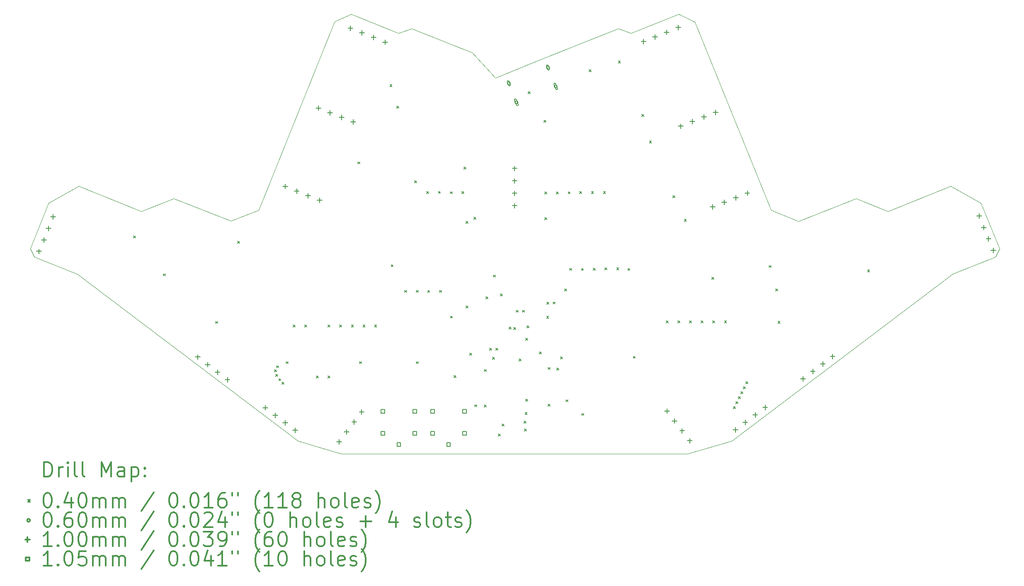
<source format=gbr>
%FSLAX45Y45*%
G04 Gerber Fmt 4.5, Leading zero omitted, Abs format (unit mm)*
G04 Created by KiCad (PCBNEW (5.1.4)-1) date 2024-04-24 20:55:05*
%MOMM*%
%LPD*%
G04 APERTURE LIST*
%ADD10C,0.050000*%
%ADD11C,0.200000*%
%ADD12C,0.300000*%
G04 APERTURE END LIST*
D10*
X17040978Y-14503403D02*
X16775978Y-14404403D01*
X18012433Y-14111361D02*
X17040978Y-14503403D01*
X14273000Y-15414000D02*
X13795000Y-14902000D01*
X15164978Y-15054403D02*
X14273000Y-15414000D01*
X12295000Y-14502000D02*
X12560000Y-14403000D01*
X16775978Y-14404403D02*
X15164978Y-15054403D01*
X12560000Y-14403000D02*
X13795000Y-14902000D01*
X18195877Y-23093825D02*
X19097407Y-22829763D01*
X11125877Y-23093825D02*
X18195877Y-23093825D01*
X11125877Y-23093825D02*
X10238571Y-22828360D01*
X11323546Y-14109958D02*
X12295000Y-14502000D01*
X22293704Y-18140991D02*
X23573218Y-17624034D01*
X20465286Y-18340453D02*
X21637283Y-17877720D01*
X20465286Y-18340453D02*
X19899990Y-18115862D01*
X23627703Y-19413959D02*
X24480712Y-19069321D01*
X19097407Y-22829763D02*
X23609159Y-19421451D01*
X18012433Y-14111361D02*
X18345373Y-14268049D01*
X24565565Y-18905614D02*
X24480712Y-19069321D01*
X24187212Y-17969158D02*
X23573218Y-17624034D01*
X10238571Y-22828360D02*
X5726819Y-19420047D01*
X24187212Y-17969158D02*
X24565565Y-18905614D01*
X5708275Y-19412555D02*
X5726819Y-19420047D01*
X5148766Y-17967754D02*
X4770413Y-18904210D01*
X7698695Y-17876317D02*
X7042274Y-18139587D01*
X21637283Y-17877720D02*
X22293704Y-18140991D01*
X5148766Y-17967754D02*
X5762760Y-17622630D01*
X7042274Y-18139587D02*
X5762760Y-17622630D01*
X18345373Y-14268049D02*
X19899990Y-18115862D01*
X23627703Y-19413959D02*
X23609159Y-19421451D01*
X8870693Y-18339049D02*
X9435989Y-18114459D01*
X10990606Y-14266646D02*
X9435989Y-18114459D01*
X8870693Y-18339049D02*
X7698695Y-17876317D01*
X4770413Y-18904210D02*
X4855266Y-19067917D01*
X11323546Y-14109958D02*
X10990606Y-14266646D01*
X5708275Y-19412555D02*
X4855266Y-19067917D01*
D11*
X6885000Y-18640000D02*
X6925000Y-18680000D01*
X6925000Y-18640000D02*
X6885000Y-18680000D01*
X7490000Y-19415000D02*
X7530000Y-19455000D01*
X7530000Y-19415000D02*
X7490000Y-19455000D01*
X8560000Y-20390000D02*
X8600000Y-20430000D01*
X8600000Y-20390000D02*
X8560000Y-20430000D01*
X9010000Y-18750000D02*
X9050000Y-18790000D01*
X9050000Y-18750000D02*
X9010000Y-18790000D01*
X9762506Y-21378321D02*
X9802506Y-21418321D01*
X9802506Y-21378321D02*
X9762506Y-21418321D01*
X9784400Y-21468400D02*
X9824400Y-21508400D01*
X9824400Y-21468400D02*
X9784400Y-21508400D01*
X9806303Y-21296619D02*
X9846303Y-21336619D01*
X9846303Y-21296619D02*
X9806303Y-21336619D01*
X9850147Y-21559152D02*
X9890147Y-21599152D01*
X9890147Y-21559152D02*
X9850147Y-21599152D01*
X9913170Y-21627228D02*
X9953170Y-21667228D01*
X9953170Y-21627228D02*
X9913170Y-21667228D01*
X10000000Y-21210000D02*
X10040000Y-21250000D01*
X10040000Y-21210000D02*
X10000000Y-21250000D01*
X10140000Y-20458750D02*
X10180000Y-20498750D01*
X10180000Y-20458750D02*
X10140000Y-20498750D01*
X10378125Y-20458750D02*
X10418125Y-20498750D01*
X10418125Y-20458750D02*
X10378125Y-20498750D01*
X10615000Y-21500000D02*
X10655000Y-21540000D01*
X10655000Y-21500000D02*
X10615000Y-21540000D01*
X10854375Y-20458750D02*
X10894375Y-20498750D01*
X10894375Y-20458750D02*
X10854375Y-20498750D01*
X10855000Y-21500000D02*
X10895000Y-21540000D01*
X10895000Y-21500000D02*
X10855000Y-21540000D01*
X11092500Y-20458750D02*
X11132500Y-20498750D01*
X11132500Y-20458750D02*
X11092500Y-20498750D01*
X11330625Y-20458750D02*
X11370625Y-20498750D01*
X11370625Y-20458750D02*
X11330625Y-20498750D01*
X11465000Y-17130000D02*
X11505000Y-17170000D01*
X11505000Y-17130000D02*
X11465000Y-17170000D01*
X11495000Y-21210000D02*
X11535000Y-21250000D01*
X11535000Y-21210000D02*
X11495000Y-21250000D01*
X11568750Y-20458750D02*
X11608750Y-20498750D01*
X11608750Y-20458750D02*
X11568750Y-20498750D01*
X11806875Y-20458750D02*
X11846875Y-20498750D01*
X11846875Y-20458750D02*
X11806875Y-20498750D01*
X12120000Y-15550000D02*
X12160000Y-15590000D01*
X12160000Y-15550000D02*
X12120000Y-15590000D01*
X12145000Y-19229197D02*
X12185000Y-19269197D01*
X12185000Y-19229197D02*
X12145000Y-19269197D01*
X12260000Y-15990000D02*
X12300000Y-16030000D01*
X12300000Y-15990000D02*
X12260000Y-16030000D01*
X12420000Y-19755000D02*
X12460000Y-19795000D01*
X12460000Y-19755000D02*
X12420000Y-19795000D01*
X12625000Y-17515000D02*
X12665000Y-17555000D01*
X12665000Y-17515000D02*
X12625000Y-17555000D01*
X12655000Y-19755000D02*
X12695000Y-19795000D01*
X12695000Y-19755000D02*
X12655000Y-19795000D01*
X12655000Y-21210000D02*
X12695000Y-21250000D01*
X12695000Y-21210000D02*
X12655000Y-21250000D01*
X12870000Y-17735000D02*
X12910000Y-17775000D01*
X12910000Y-17735000D02*
X12870000Y-17775000D01*
X12890000Y-19755000D02*
X12930000Y-19795000D01*
X12930000Y-19755000D02*
X12890000Y-19795000D01*
X13110000Y-17730000D02*
X13150000Y-17770000D01*
X13150000Y-17730000D02*
X13110000Y-17770000D01*
X13130000Y-19755000D02*
X13170000Y-19795000D01*
X13170000Y-19755000D02*
X13130000Y-19795000D01*
X13350000Y-17740000D02*
X13390000Y-17780000D01*
X13390000Y-17740000D02*
X13350000Y-17780000D01*
X13355000Y-20280000D02*
X13395000Y-20320000D01*
X13395000Y-20280000D02*
X13355000Y-20320000D01*
X13430000Y-21495000D02*
X13470000Y-21535000D01*
X13470000Y-21495000D02*
X13430000Y-21535000D01*
X13585000Y-17735000D02*
X13625000Y-17775000D01*
X13625000Y-17735000D02*
X13585000Y-17775000D01*
X13630000Y-17235000D02*
X13670000Y-17275000D01*
X13670000Y-17235000D02*
X13630000Y-17275000D01*
X13670600Y-20071400D02*
X13710600Y-20111400D01*
X13710600Y-20071400D02*
X13670600Y-20111400D01*
X13675000Y-18345000D02*
X13715000Y-18385000D01*
X13715000Y-18345000D02*
X13675000Y-18385000D01*
X13746800Y-21036600D02*
X13786800Y-21076600D01*
X13786800Y-21036600D02*
X13746800Y-21076600D01*
X13834999Y-18260001D02*
X13874999Y-18300001D01*
X13874999Y-18260001D02*
X13834999Y-18300001D01*
X13848400Y-22090700D02*
X13888400Y-22130700D01*
X13888400Y-22090700D02*
X13848400Y-22130700D01*
X14045800Y-21372600D02*
X14085800Y-21412600D01*
X14085800Y-21372600D02*
X14045800Y-21412600D01*
X14045800Y-21372600D02*
X14085800Y-21412600D01*
X14085800Y-21372600D02*
X14045800Y-21412600D01*
X14045800Y-22097600D02*
X14085800Y-22137600D01*
X14085800Y-22097600D02*
X14045800Y-22137600D01*
X14079000Y-19887600D02*
X14119000Y-19927600D01*
X14119000Y-19887600D02*
X14079000Y-19927600D01*
X14153200Y-20935000D02*
X14193200Y-20975000D01*
X14193200Y-20935000D02*
X14153200Y-20975000D01*
X14153200Y-20935000D02*
X14193200Y-20975000D01*
X14193200Y-20935000D02*
X14153200Y-20975000D01*
X14216700Y-21122000D02*
X14256700Y-21162000D01*
X14256700Y-21122000D02*
X14216700Y-21162000D01*
X14229400Y-19442200D02*
X14269400Y-19482200D01*
X14269400Y-19442200D02*
X14229400Y-19482200D01*
X14280200Y-20935000D02*
X14320200Y-20975000D01*
X14320200Y-20935000D02*
X14280200Y-20975000D01*
X14280200Y-20935000D02*
X14320200Y-20975000D01*
X14320200Y-20935000D02*
X14280200Y-20975000D01*
X14331000Y-22687600D02*
X14371000Y-22727600D01*
X14371000Y-22687600D02*
X14331000Y-22727600D01*
X14378000Y-19825000D02*
X14418000Y-19865000D01*
X14418000Y-19825000D02*
X14378000Y-19865000D01*
X14407200Y-22486300D02*
X14447200Y-22526300D01*
X14447200Y-22486300D02*
X14407200Y-22526300D01*
X14555000Y-20505000D02*
X14595000Y-20545000D01*
X14595000Y-20505000D02*
X14555000Y-20545000D01*
X14647558Y-20515142D02*
X14687558Y-20555142D01*
X14687558Y-20515142D02*
X14647558Y-20555142D01*
X14696600Y-20161099D02*
X14736600Y-20201099D01*
X14736600Y-20161099D02*
X14696600Y-20201099D01*
X14757867Y-21158667D02*
X14797867Y-21198667D01*
X14797867Y-21158667D02*
X14757867Y-21198667D01*
X14823601Y-20161099D02*
X14863601Y-20201099D01*
X14863601Y-20161099D02*
X14823601Y-20201099D01*
X14854998Y-22427301D02*
X14894998Y-22467301D01*
X14894998Y-22427301D02*
X14854998Y-22467301D01*
X14864400Y-22586000D02*
X14904400Y-22626000D01*
X14904400Y-22586000D02*
X14864400Y-22626000D01*
X14864400Y-22586000D02*
X14904400Y-22626000D01*
X14904400Y-22586000D02*
X14864400Y-22626000D01*
X14880289Y-22248895D02*
X14920289Y-22288895D01*
X14920289Y-22248895D02*
X14880289Y-22288895D01*
X14889800Y-20731800D02*
X14929800Y-20771800D01*
X14929800Y-20731800D02*
X14889800Y-20771800D01*
X14889800Y-20731800D02*
X14929800Y-20771800D01*
X14929800Y-20731800D02*
X14889800Y-20771800D01*
X14889800Y-21976402D02*
X14929800Y-22016402D01*
X14929800Y-21976402D02*
X14889800Y-22016402D01*
X14915200Y-20477800D02*
X14955200Y-20517800D01*
X14955200Y-20477800D02*
X14915200Y-20517800D01*
X14942766Y-15693300D02*
X14982766Y-15733300D01*
X14982766Y-15693300D02*
X14942766Y-15733300D01*
X15169200Y-21011200D02*
X15209200Y-21051200D01*
X15209200Y-21011200D02*
X15169200Y-21051200D01*
X15265000Y-16280000D02*
X15305000Y-16320000D01*
X15305000Y-16280000D02*
X15265000Y-16320000D01*
X15280000Y-17745000D02*
X15320000Y-17785000D01*
X15320000Y-17745000D02*
X15280000Y-17785000D01*
X15280000Y-18270000D02*
X15320000Y-18310000D01*
X15320000Y-18270000D02*
X15280000Y-18310000D01*
X15320000Y-20285000D02*
X15360000Y-20325000D01*
X15360000Y-20285000D02*
X15320000Y-20325000D01*
X15321600Y-19995200D02*
X15361600Y-20035200D01*
X15361600Y-19995200D02*
X15321600Y-20035200D01*
X15347000Y-21328700D02*
X15387000Y-21368700D01*
X15387000Y-21328700D02*
X15347000Y-21368700D01*
X15347000Y-22078000D02*
X15387000Y-22118000D01*
X15387000Y-22078000D02*
X15347000Y-22118000D01*
X15448600Y-19990601D02*
X15488600Y-20030601D01*
X15488600Y-19990601D02*
X15448600Y-20030601D01*
X15520000Y-17745000D02*
X15560000Y-17785000D01*
X15560000Y-17745000D02*
X15520000Y-17785000D01*
X15524800Y-21341400D02*
X15564800Y-21381400D01*
X15564800Y-21341400D02*
X15524800Y-21381400D01*
X15601591Y-21114504D02*
X15641591Y-21154504D01*
X15641591Y-21114504D02*
X15601591Y-21154504D01*
X15685000Y-19725000D02*
X15725000Y-19765000D01*
X15725000Y-19725000D02*
X15685000Y-19765000D01*
X15715300Y-21989100D02*
X15755300Y-22029100D01*
X15755300Y-21989100D02*
X15715300Y-22029100D01*
X15760000Y-17740000D02*
X15800000Y-17780000D01*
X15800000Y-17740000D02*
X15760000Y-17780000D01*
X15790000Y-19305000D02*
X15830000Y-19345000D01*
X15830000Y-19305000D02*
X15790000Y-19345000D01*
X15995000Y-17735000D02*
X16035000Y-17775000D01*
X16035000Y-17735000D02*
X15995000Y-17775000D01*
X16030000Y-19305000D02*
X16070000Y-19345000D01*
X16070000Y-19305000D02*
X16030000Y-19345000D01*
X16032800Y-22268500D02*
X16072800Y-22308500D01*
X16072800Y-22268500D02*
X16032800Y-22308500D01*
X16190000Y-15245000D02*
X16230000Y-15285000D01*
X16230000Y-15245000D02*
X16190000Y-15285000D01*
X16235000Y-17735000D02*
X16275000Y-17775000D01*
X16275000Y-17735000D02*
X16235000Y-17775000D01*
X16270000Y-19300000D02*
X16310000Y-19340000D01*
X16310000Y-19300000D02*
X16270000Y-19340000D01*
X16480000Y-17735000D02*
X16520000Y-17775000D01*
X16520000Y-17735000D02*
X16480000Y-17775000D01*
X16510000Y-19295000D02*
X16550000Y-19335000D01*
X16550000Y-19295000D02*
X16510000Y-19335000D01*
X16750000Y-19295000D02*
X16790000Y-19335000D01*
X16790000Y-19295000D02*
X16750000Y-19335000D01*
X16785000Y-15070000D02*
X16825000Y-15110000D01*
X16825000Y-15070000D02*
X16785000Y-15110000D01*
X16980000Y-19305000D02*
X17020000Y-19345000D01*
X17020000Y-19305000D02*
X16980000Y-19345000D01*
X17090000Y-21100000D02*
X17130000Y-21140000D01*
X17130000Y-21100000D02*
X17090000Y-21140000D01*
X17260000Y-16160000D02*
X17300000Y-16200000D01*
X17300000Y-16160000D02*
X17260000Y-16200000D01*
X17420000Y-16700000D02*
X17460000Y-16740000D01*
X17460000Y-16700000D02*
X17420000Y-16740000D01*
X17760000Y-20379375D02*
X17800000Y-20419375D01*
X17800000Y-20379375D02*
X17760000Y-20419375D01*
X17895000Y-17820001D02*
X17935000Y-17860001D01*
X17935000Y-17820001D02*
X17895000Y-17860001D01*
X17998125Y-20379375D02*
X18038125Y-20419375D01*
X18038125Y-20379375D02*
X17998125Y-20419375D01*
X18130000Y-18300000D02*
X18170000Y-18340000D01*
X18170000Y-18300000D02*
X18130000Y-18340000D01*
X18236250Y-20379375D02*
X18276250Y-20419375D01*
X18276250Y-20379375D02*
X18236250Y-20419375D01*
X18474375Y-20379375D02*
X18514375Y-20419375D01*
X18514375Y-20379375D02*
X18474375Y-20419375D01*
X18695000Y-19485000D02*
X18735000Y-19525000D01*
X18735000Y-19485000D02*
X18695000Y-19525000D01*
X18708310Y-20375185D02*
X18748310Y-20415185D01*
X18748310Y-20375185D02*
X18708310Y-20415185D01*
X18950625Y-20379375D02*
X18990625Y-20419375D01*
X18990625Y-20379375D02*
X18950625Y-20419375D01*
X19131600Y-22128800D02*
X19171600Y-22168800D01*
X19171600Y-22128800D02*
X19131600Y-22168800D01*
X19183380Y-22026508D02*
X19223380Y-22066508D01*
X19223380Y-22026508D02*
X19183380Y-22066508D01*
X19233200Y-21925600D02*
X19273200Y-21965600D01*
X19273200Y-21925600D02*
X19233200Y-21965600D01*
X19284000Y-21824000D02*
X19324000Y-21864000D01*
X19324000Y-21824000D02*
X19284000Y-21864000D01*
X19334179Y-21723332D02*
X19374179Y-21763332D01*
X19374179Y-21723332D02*
X19334179Y-21763332D01*
X19385600Y-21620801D02*
X19425600Y-21660801D01*
X19425600Y-21620801D02*
X19385600Y-21660801D01*
X19862395Y-19247605D02*
X19902395Y-19287605D01*
X19902395Y-19247605D02*
X19862395Y-19287605D01*
X20000000Y-19725000D02*
X20040000Y-19765000D01*
X20040000Y-19725000D02*
X20000000Y-19765000D01*
X20045000Y-20385000D02*
X20085000Y-20425000D01*
X20085000Y-20385000D02*
X20045000Y-20425000D01*
X21872496Y-19338264D02*
X21912496Y-19378264D01*
X21912496Y-19338264D02*
X21872496Y-19378264D01*
X14575545Y-15525141D02*
G75*
G03X14575545Y-15525141I-30000J0D01*
G01*
X14512017Y-15495546D02*
X14541985Y-15569720D01*
X14549104Y-15480561D02*
X14579073Y-15554736D01*
X14541985Y-15569720D02*
G75*
G03X14579073Y-15554736I18544J7492D01*
G01*
X14549104Y-15480561D02*
G75*
G03X14512017Y-15495546I-18544J-7492D01*
G01*
X14731756Y-15911776D02*
G75*
G03X14731756Y-15911776I-30000J0D01*
G01*
X14662609Y-15868273D02*
X14703815Y-15970264D01*
X14699696Y-15853289D02*
X14740903Y-15955279D01*
X14703815Y-15970264D02*
G75*
G03X14740903Y-15955279I18544J7492D01*
G01*
X14699696Y-15853289D02*
G75*
G03X14662608Y-15868273I-18544J-7492D01*
G01*
X15376631Y-15201481D02*
G75*
G03X15376631Y-15201481I-30000J0D01*
G01*
X15313104Y-15171886D02*
X15343072Y-15246060D01*
X15350191Y-15156901D02*
X15380159Y-15231076D01*
X15343072Y-15246060D02*
G75*
G03X15380159Y-15231076I18544J7492D01*
G01*
X15350191Y-15156901D02*
G75*
G03X15313103Y-15171885I-18544J-7492D01*
G01*
X15532842Y-15588116D02*
G75*
G03X15532842Y-15588116I-30000J0D01*
G01*
X15463695Y-15544613D02*
X15504902Y-15646604D01*
X15500783Y-15529629D02*
X15541989Y-15631619D01*
X15504902Y-15646604D02*
G75*
G03X15541990Y-15631619I18544J7492D01*
G01*
X15500783Y-15529629D02*
G75*
G03X15463695Y-15544613I-18544J-7492D01*
G01*
X9574272Y-22100122D02*
X9574272Y-22200122D01*
X9524272Y-22150122D02*
X9624272Y-22150122D01*
X9777125Y-22252983D02*
X9777125Y-22352983D01*
X9727125Y-22302983D02*
X9827125Y-22302983D01*
X9979979Y-22405844D02*
X9979979Y-22505844D01*
X9929979Y-22455844D02*
X10029979Y-22455844D01*
X10182832Y-22558705D02*
X10182832Y-22658705D01*
X10132832Y-22608705D02*
X10232832Y-22608705D01*
X18060000Y-16350000D02*
X18060000Y-16450000D01*
X18010000Y-16400000D02*
X18110000Y-16400000D01*
X18295505Y-16254850D02*
X18295505Y-16354850D01*
X18245505Y-16304850D02*
X18345505Y-16304850D01*
X18531009Y-16159700D02*
X18531009Y-16259700D01*
X18481009Y-16209700D02*
X18581009Y-16209700D01*
X18766514Y-16064550D02*
X18766514Y-16164550D01*
X18716514Y-16114550D02*
X18816514Y-16114550D01*
X11083428Y-22796144D02*
X11083428Y-22896144D01*
X11033428Y-22846144D02*
X11133428Y-22846144D01*
X11236289Y-22593290D02*
X11236289Y-22693290D01*
X11186289Y-22643290D02*
X11286289Y-22643290D01*
X11389150Y-22390437D02*
X11389150Y-22490437D01*
X11339150Y-22440437D02*
X11439150Y-22440437D01*
X11542011Y-22187583D02*
X11542011Y-22287583D01*
X11492011Y-22237583D02*
X11592011Y-22237583D01*
X10659362Y-15978375D02*
X10659362Y-16078375D01*
X10609362Y-16028375D02*
X10709362Y-16028375D01*
X10894867Y-16073525D02*
X10894867Y-16173525D01*
X10844867Y-16123525D02*
X10944867Y-16123525D01*
X11130372Y-16168675D02*
X11130372Y-16268675D01*
X11080372Y-16218675D02*
X11180372Y-16218675D01*
X11365876Y-16263825D02*
X11365876Y-16363825D01*
X11315876Y-16313825D02*
X11415876Y-16313825D01*
X14665876Y-17213825D02*
X14665876Y-17313825D01*
X14615876Y-17263825D02*
X14715876Y-17263825D01*
X14665876Y-17467825D02*
X14665876Y-17567825D01*
X14615876Y-17517825D02*
X14715876Y-17517825D01*
X14665876Y-17721825D02*
X14665876Y-17821825D01*
X14615876Y-17771825D02*
X14715876Y-17771825D01*
X14665876Y-17975825D02*
X14665876Y-18075825D01*
X14615876Y-18025825D02*
X14715876Y-18025825D01*
X17780781Y-22167723D02*
X17780781Y-22267723D01*
X17730781Y-22217723D02*
X17830781Y-22217723D01*
X17933642Y-22370576D02*
X17933642Y-22470576D01*
X17883642Y-22420576D02*
X17983642Y-22420576D01*
X18086503Y-22573430D02*
X18086503Y-22673430D01*
X18036503Y-22623430D02*
X18136503Y-22623430D01*
X18239364Y-22776283D02*
X18239364Y-22876283D01*
X18189364Y-22826283D02*
X18289364Y-22826283D01*
X8190701Y-21066568D02*
X8190701Y-21166568D01*
X8140701Y-21116568D02*
X8240701Y-21116568D01*
X8393555Y-21219429D02*
X8393555Y-21319429D01*
X8343555Y-21269429D02*
X8443555Y-21269429D01*
X8596408Y-21372290D02*
X8596408Y-21472290D01*
X8546408Y-21422290D02*
X8646408Y-21422290D01*
X8799262Y-21525151D02*
X8799262Y-21625151D01*
X8749262Y-21575151D02*
X8849262Y-21575151D01*
X20551514Y-21509791D02*
X20551514Y-21609791D01*
X20501514Y-21559791D02*
X20601514Y-21559791D01*
X20754368Y-21356930D02*
X20754368Y-21456930D01*
X20704368Y-21406930D02*
X20804368Y-21406930D01*
X20957221Y-21204069D02*
X20957221Y-21304069D01*
X20907221Y-21254069D02*
X21007221Y-21254069D01*
X21160074Y-21051208D02*
X21160074Y-21151208D01*
X21110074Y-21101208D02*
X21210074Y-21101208D01*
X9977887Y-17578375D02*
X9977887Y-17678375D01*
X9927887Y-17628375D02*
X10027887Y-17628375D01*
X10213391Y-17673525D02*
X10213391Y-17773525D01*
X10163391Y-17723525D02*
X10263391Y-17723525D01*
X10448896Y-17768675D02*
X10448896Y-17868675D01*
X10398896Y-17818675D02*
X10498896Y-17818675D01*
X10684401Y-17863825D02*
X10684401Y-17963825D01*
X10634401Y-17913825D02*
X10734401Y-17913825D01*
X18710000Y-18000000D02*
X18710000Y-18100000D01*
X18660000Y-18050000D02*
X18760000Y-18050000D01*
X18945505Y-17904850D02*
X18945505Y-18004850D01*
X18895505Y-17954850D02*
X18995505Y-17954850D01*
X19181009Y-17809700D02*
X19181009Y-17909700D01*
X19131009Y-17859700D02*
X19231009Y-17859700D01*
X19416514Y-17714550D02*
X19416514Y-17814550D01*
X19366514Y-17764550D02*
X19466514Y-17764550D01*
X19171690Y-22552616D02*
X19171690Y-22652616D01*
X19121690Y-22602616D02*
X19221690Y-22602616D01*
X19374544Y-22399755D02*
X19374544Y-22499755D01*
X19324544Y-22449755D02*
X19424544Y-22449755D01*
X19577397Y-22246894D02*
X19577397Y-22346894D01*
X19527397Y-22296894D02*
X19627397Y-22296894D01*
X19780250Y-22094033D02*
X19780250Y-22194033D01*
X19730250Y-22144033D02*
X19830250Y-22144033D01*
X24152838Y-18181109D02*
X24152838Y-18281109D01*
X24102838Y-18231109D02*
X24202838Y-18231109D01*
X24247988Y-18416614D02*
X24247988Y-18516614D01*
X24197988Y-18466614D02*
X24297988Y-18466614D01*
X24343138Y-18652118D02*
X24343138Y-18752118D01*
X24293138Y-18702118D02*
X24393138Y-18702118D01*
X24438288Y-18887623D02*
X24438288Y-18987623D01*
X24388288Y-18937623D02*
X24488288Y-18937623D01*
X4954070Y-18906842D02*
X4954070Y-19006842D01*
X4904070Y-18956842D02*
X5004070Y-18956842D01*
X5049220Y-18671337D02*
X5049220Y-18771337D01*
X4999220Y-18721337D02*
X5099220Y-18721337D01*
X5144370Y-18435832D02*
X5144370Y-18535832D01*
X5094370Y-18485832D02*
X5194370Y-18485832D01*
X5239521Y-18200328D02*
X5239521Y-18300328D01*
X5189521Y-18250328D02*
X5289521Y-18250328D01*
X11313266Y-14347009D02*
X11313266Y-14447009D01*
X11263266Y-14397009D02*
X11363266Y-14397009D01*
X11548770Y-14442159D02*
X11548770Y-14542159D01*
X11498770Y-14492159D02*
X11598770Y-14492159D01*
X11784275Y-14537309D02*
X11784275Y-14637309D01*
X11734275Y-14587309D02*
X11834275Y-14587309D01*
X12019780Y-14632459D02*
X12019780Y-14732459D01*
X11969780Y-14682459D02*
X12069780Y-14682459D01*
X17299435Y-14619065D02*
X17299435Y-14719065D01*
X17249435Y-14669065D02*
X17349435Y-14669065D01*
X17534939Y-14523915D02*
X17534939Y-14623915D01*
X17484939Y-14573915D02*
X17584939Y-14573915D01*
X17770444Y-14428765D02*
X17770444Y-14528765D01*
X17720444Y-14478765D02*
X17820444Y-14478765D01*
X18005949Y-14333615D02*
X18005949Y-14433615D01*
X17955949Y-14383615D02*
X18055949Y-14383615D01*
X12012123Y-22262124D02*
X12012123Y-22187877D01*
X11937876Y-22187877D01*
X11937876Y-22262124D01*
X12012123Y-22262124D01*
X12012123Y-22712123D02*
X12012123Y-22637876D01*
X11937876Y-22637876D01*
X11937876Y-22712123D01*
X12012123Y-22712123D01*
X12337123Y-22937123D02*
X12337123Y-22862876D01*
X12262876Y-22862876D01*
X12262876Y-22937123D01*
X12337123Y-22937123D01*
X12662123Y-22262124D02*
X12662123Y-22187877D01*
X12587876Y-22187877D01*
X12587876Y-22262124D01*
X12662123Y-22262124D01*
X12662123Y-22712123D02*
X12662123Y-22637876D01*
X12587876Y-22637876D01*
X12587876Y-22712123D01*
X12662123Y-22712123D01*
X13027123Y-22262124D02*
X13027123Y-22187877D01*
X12952876Y-22187877D01*
X12952876Y-22262124D01*
X13027123Y-22262124D01*
X13027123Y-22712123D02*
X13027123Y-22637876D01*
X12952876Y-22637876D01*
X12952876Y-22712123D01*
X13027123Y-22712123D01*
X13352123Y-22937123D02*
X13352123Y-22862876D01*
X13277876Y-22862876D01*
X13277876Y-22937123D01*
X13352123Y-22937123D01*
X13677123Y-22262124D02*
X13677123Y-22187877D01*
X13602876Y-22187877D01*
X13602876Y-22262124D01*
X13677123Y-22262124D01*
X13677123Y-22712123D02*
X13677123Y-22637876D01*
X13602876Y-22637876D01*
X13602876Y-22712123D01*
X13677123Y-22712123D01*
D12*
X5054342Y-23562039D02*
X5054342Y-23262039D01*
X5125770Y-23262039D01*
X5168627Y-23276325D01*
X5197199Y-23304896D01*
X5211485Y-23333468D01*
X5225770Y-23390611D01*
X5225770Y-23433468D01*
X5211485Y-23490611D01*
X5197199Y-23519182D01*
X5168627Y-23547753D01*
X5125770Y-23562039D01*
X5054342Y-23562039D01*
X5354342Y-23562039D02*
X5354342Y-23362039D01*
X5354342Y-23419182D02*
X5368627Y-23390611D01*
X5382913Y-23376325D01*
X5411485Y-23362039D01*
X5440056Y-23362039D01*
X5540056Y-23562039D02*
X5540056Y-23362039D01*
X5540056Y-23262039D02*
X5525770Y-23276325D01*
X5540056Y-23290611D01*
X5554342Y-23276325D01*
X5540056Y-23262039D01*
X5540056Y-23290611D01*
X5725770Y-23562039D02*
X5697199Y-23547753D01*
X5682913Y-23519182D01*
X5682913Y-23262039D01*
X5882913Y-23562039D02*
X5854342Y-23547753D01*
X5840056Y-23519182D01*
X5840056Y-23262039D01*
X6225770Y-23562039D02*
X6225770Y-23262039D01*
X6325770Y-23476325D01*
X6425770Y-23262039D01*
X6425770Y-23562039D01*
X6697199Y-23562039D02*
X6697199Y-23404896D01*
X6682913Y-23376325D01*
X6654342Y-23362039D01*
X6597199Y-23362039D01*
X6568627Y-23376325D01*
X6697199Y-23547753D02*
X6668627Y-23562039D01*
X6597199Y-23562039D01*
X6568627Y-23547753D01*
X6554342Y-23519182D01*
X6554342Y-23490611D01*
X6568627Y-23462039D01*
X6597199Y-23447753D01*
X6668627Y-23447753D01*
X6697199Y-23433468D01*
X6840056Y-23362039D02*
X6840056Y-23662039D01*
X6840056Y-23376325D02*
X6868627Y-23362039D01*
X6925770Y-23362039D01*
X6954342Y-23376325D01*
X6968627Y-23390611D01*
X6982913Y-23419182D01*
X6982913Y-23504896D01*
X6968627Y-23533468D01*
X6954342Y-23547753D01*
X6925770Y-23562039D01*
X6868627Y-23562039D01*
X6840056Y-23547753D01*
X7111484Y-23533468D02*
X7125770Y-23547753D01*
X7111484Y-23562039D01*
X7097199Y-23547753D01*
X7111484Y-23533468D01*
X7111484Y-23562039D01*
X7111484Y-23376325D02*
X7125770Y-23390611D01*
X7111484Y-23404896D01*
X7097199Y-23390611D01*
X7111484Y-23376325D01*
X7111484Y-23404896D01*
X4727913Y-24036325D02*
X4767913Y-24076325D01*
X4767913Y-24036325D02*
X4727913Y-24076325D01*
X5111485Y-23892039D02*
X5140056Y-23892039D01*
X5168627Y-23906325D01*
X5182913Y-23920611D01*
X5197199Y-23949182D01*
X5211485Y-24006325D01*
X5211485Y-24077753D01*
X5197199Y-24134896D01*
X5182913Y-24163468D01*
X5168627Y-24177753D01*
X5140056Y-24192039D01*
X5111485Y-24192039D01*
X5082913Y-24177753D01*
X5068627Y-24163468D01*
X5054342Y-24134896D01*
X5040056Y-24077753D01*
X5040056Y-24006325D01*
X5054342Y-23949182D01*
X5068627Y-23920611D01*
X5082913Y-23906325D01*
X5111485Y-23892039D01*
X5340056Y-24163468D02*
X5354342Y-24177753D01*
X5340056Y-24192039D01*
X5325770Y-24177753D01*
X5340056Y-24163468D01*
X5340056Y-24192039D01*
X5611484Y-23992039D02*
X5611484Y-24192039D01*
X5540056Y-23877753D02*
X5468627Y-24092039D01*
X5654342Y-24092039D01*
X5825770Y-23892039D02*
X5854342Y-23892039D01*
X5882913Y-23906325D01*
X5897199Y-23920611D01*
X5911484Y-23949182D01*
X5925770Y-24006325D01*
X5925770Y-24077753D01*
X5911484Y-24134896D01*
X5897199Y-24163468D01*
X5882913Y-24177753D01*
X5854342Y-24192039D01*
X5825770Y-24192039D01*
X5797199Y-24177753D01*
X5782913Y-24163468D01*
X5768627Y-24134896D01*
X5754342Y-24077753D01*
X5754342Y-24006325D01*
X5768627Y-23949182D01*
X5782913Y-23920611D01*
X5797199Y-23906325D01*
X5825770Y-23892039D01*
X6054342Y-24192039D02*
X6054342Y-23992039D01*
X6054342Y-24020611D02*
X6068627Y-24006325D01*
X6097199Y-23992039D01*
X6140056Y-23992039D01*
X6168627Y-24006325D01*
X6182913Y-24034896D01*
X6182913Y-24192039D01*
X6182913Y-24034896D02*
X6197199Y-24006325D01*
X6225770Y-23992039D01*
X6268627Y-23992039D01*
X6297199Y-24006325D01*
X6311484Y-24034896D01*
X6311484Y-24192039D01*
X6454342Y-24192039D02*
X6454342Y-23992039D01*
X6454342Y-24020611D02*
X6468627Y-24006325D01*
X6497199Y-23992039D01*
X6540056Y-23992039D01*
X6568627Y-24006325D01*
X6582913Y-24034896D01*
X6582913Y-24192039D01*
X6582913Y-24034896D02*
X6597199Y-24006325D01*
X6625770Y-23992039D01*
X6668627Y-23992039D01*
X6697199Y-24006325D01*
X6711484Y-24034896D01*
X6711484Y-24192039D01*
X7297199Y-23877753D02*
X7040056Y-24263468D01*
X7682913Y-23892039D02*
X7711484Y-23892039D01*
X7740056Y-23906325D01*
X7754342Y-23920611D01*
X7768627Y-23949182D01*
X7782913Y-24006325D01*
X7782913Y-24077753D01*
X7768627Y-24134896D01*
X7754342Y-24163468D01*
X7740056Y-24177753D01*
X7711484Y-24192039D01*
X7682913Y-24192039D01*
X7654342Y-24177753D01*
X7640056Y-24163468D01*
X7625770Y-24134896D01*
X7611484Y-24077753D01*
X7611484Y-24006325D01*
X7625770Y-23949182D01*
X7640056Y-23920611D01*
X7654342Y-23906325D01*
X7682913Y-23892039D01*
X7911484Y-24163468D02*
X7925770Y-24177753D01*
X7911484Y-24192039D01*
X7897199Y-24177753D01*
X7911484Y-24163468D01*
X7911484Y-24192039D01*
X8111484Y-23892039D02*
X8140056Y-23892039D01*
X8168627Y-23906325D01*
X8182913Y-23920611D01*
X8197199Y-23949182D01*
X8211484Y-24006325D01*
X8211484Y-24077753D01*
X8197199Y-24134896D01*
X8182913Y-24163468D01*
X8168627Y-24177753D01*
X8140056Y-24192039D01*
X8111484Y-24192039D01*
X8082913Y-24177753D01*
X8068627Y-24163468D01*
X8054342Y-24134896D01*
X8040056Y-24077753D01*
X8040056Y-24006325D01*
X8054342Y-23949182D01*
X8068627Y-23920611D01*
X8082913Y-23906325D01*
X8111484Y-23892039D01*
X8497199Y-24192039D02*
X8325770Y-24192039D01*
X8411485Y-24192039D02*
X8411485Y-23892039D01*
X8382913Y-23934896D01*
X8354342Y-23963468D01*
X8325770Y-23977753D01*
X8754342Y-23892039D02*
X8697199Y-23892039D01*
X8668627Y-23906325D01*
X8654342Y-23920611D01*
X8625770Y-23963468D01*
X8611485Y-24020611D01*
X8611485Y-24134896D01*
X8625770Y-24163468D01*
X8640056Y-24177753D01*
X8668627Y-24192039D01*
X8725770Y-24192039D01*
X8754342Y-24177753D01*
X8768627Y-24163468D01*
X8782913Y-24134896D01*
X8782913Y-24063468D01*
X8768627Y-24034896D01*
X8754342Y-24020611D01*
X8725770Y-24006325D01*
X8668627Y-24006325D01*
X8640056Y-24020611D01*
X8625770Y-24034896D01*
X8611485Y-24063468D01*
X8897199Y-23892039D02*
X8897199Y-23949182D01*
X9011485Y-23892039D02*
X9011485Y-23949182D01*
X9454342Y-24306325D02*
X9440056Y-24292039D01*
X9411485Y-24249182D01*
X9397199Y-24220611D01*
X9382913Y-24177753D01*
X9368627Y-24106325D01*
X9368627Y-24049182D01*
X9382913Y-23977753D01*
X9397199Y-23934896D01*
X9411485Y-23906325D01*
X9440056Y-23863468D01*
X9454342Y-23849182D01*
X9725770Y-24192039D02*
X9554342Y-24192039D01*
X9640056Y-24192039D02*
X9640056Y-23892039D01*
X9611485Y-23934896D01*
X9582913Y-23963468D01*
X9554342Y-23977753D01*
X10011485Y-24192039D02*
X9840056Y-24192039D01*
X9925770Y-24192039D02*
X9925770Y-23892039D01*
X9897199Y-23934896D01*
X9868627Y-23963468D01*
X9840056Y-23977753D01*
X10182913Y-24020611D02*
X10154342Y-24006325D01*
X10140056Y-23992039D01*
X10125770Y-23963468D01*
X10125770Y-23949182D01*
X10140056Y-23920611D01*
X10154342Y-23906325D01*
X10182913Y-23892039D01*
X10240056Y-23892039D01*
X10268627Y-23906325D01*
X10282913Y-23920611D01*
X10297199Y-23949182D01*
X10297199Y-23963468D01*
X10282913Y-23992039D01*
X10268627Y-24006325D01*
X10240056Y-24020611D01*
X10182913Y-24020611D01*
X10154342Y-24034896D01*
X10140056Y-24049182D01*
X10125770Y-24077753D01*
X10125770Y-24134896D01*
X10140056Y-24163468D01*
X10154342Y-24177753D01*
X10182913Y-24192039D01*
X10240056Y-24192039D01*
X10268627Y-24177753D01*
X10282913Y-24163468D01*
X10297199Y-24134896D01*
X10297199Y-24077753D01*
X10282913Y-24049182D01*
X10268627Y-24034896D01*
X10240056Y-24020611D01*
X10654342Y-24192039D02*
X10654342Y-23892039D01*
X10782913Y-24192039D02*
X10782913Y-24034896D01*
X10768627Y-24006325D01*
X10740056Y-23992039D01*
X10697199Y-23992039D01*
X10668627Y-24006325D01*
X10654342Y-24020611D01*
X10968627Y-24192039D02*
X10940056Y-24177753D01*
X10925770Y-24163468D01*
X10911485Y-24134896D01*
X10911485Y-24049182D01*
X10925770Y-24020611D01*
X10940056Y-24006325D01*
X10968627Y-23992039D01*
X11011485Y-23992039D01*
X11040056Y-24006325D01*
X11054342Y-24020611D01*
X11068627Y-24049182D01*
X11068627Y-24134896D01*
X11054342Y-24163468D01*
X11040056Y-24177753D01*
X11011485Y-24192039D01*
X10968627Y-24192039D01*
X11240056Y-24192039D02*
X11211484Y-24177753D01*
X11197199Y-24149182D01*
X11197199Y-23892039D01*
X11468627Y-24177753D02*
X11440056Y-24192039D01*
X11382913Y-24192039D01*
X11354342Y-24177753D01*
X11340056Y-24149182D01*
X11340056Y-24034896D01*
X11354342Y-24006325D01*
X11382913Y-23992039D01*
X11440056Y-23992039D01*
X11468627Y-24006325D01*
X11482913Y-24034896D01*
X11482913Y-24063468D01*
X11340056Y-24092039D01*
X11597199Y-24177753D02*
X11625770Y-24192039D01*
X11682913Y-24192039D01*
X11711484Y-24177753D01*
X11725770Y-24149182D01*
X11725770Y-24134896D01*
X11711484Y-24106325D01*
X11682913Y-24092039D01*
X11640056Y-24092039D01*
X11611484Y-24077753D01*
X11597199Y-24049182D01*
X11597199Y-24034896D01*
X11611484Y-24006325D01*
X11640056Y-23992039D01*
X11682913Y-23992039D01*
X11711484Y-24006325D01*
X11825770Y-24306325D02*
X11840056Y-24292039D01*
X11868627Y-24249182D01*
X11882913Y-24220611D01*
X11897199Y-24177753D01*
X11911484Y-24106325D01*
X11911484Y-24049182D01*
X11897199Y-23977753D01*
X11882913Y-23934896D01*
X11868627Y-23906325D01*
X11840056Y-23863468D01*
X11825770Y-23849182D01*
X4767913Y-24452325D02*
G75*
G03X4767913Y-24452325I-30000J0D01*
G01*
X5111485Y-24288039D02*
X5140056Y-24288039D01*
X5168627Y-24302325D01*
X5182913Y-24316611D01*
X5197199Y-24345182D01*
X5211485Y-24402325D01*
X5211485Y-24473753D01*
X5197199Y-24530896D01*
X5182913Y-24559468D01*
X5168627Y-24573753D01*
X5140056Y-24588039D01*
X5111485Y-24588039D01*
X5082913Y-24573753D01*
X5068627Y-24559468D01*
X5054342Y-24530896D01*
X5040056Y-24473753D01*
X5040056Y-24402325D01*
X5054342Y-24345182D01*
X5068627Y-24316611D01*
X5082913Y-24302325D01*
X5111485Y-24288039D01*
X5340056Y-24559468D02*
X5354342Y-24573753D01*
X5340056Y-24588039D01*
X5325770Y-24573753D01*
X5340056Y-24559468D01*
X5340056Y-24588039D01*
X5611484Y-24288039D02*
X5554342Y-24288039D01*
X5525770Y-24302325D01*
X5511485Y-24316611D01*
X5482913Y-24359468D01*
X5468627Y-24416611D01*
X5468627Y-24530896D01*
X5482913Y-24559468D01*
X5497199Y-24573753D01*
X5525770Y-24588039D01*
X5582913Y-24588039D01*
X5611484Y-24573753D01*
X5625770Y-24559468D01*
X5640056Y-24530896D01*
X5640056Y-24459468D01*
X5625770Y-24430896D01*
X5611484Y-24416611D01*
X5582913Y-24402325D01*
X5525770Y-24402325D01*
X5497199Y-24416611D01*
X5482913Y-24430896D01*
X5468627Y-24459468D01*
X5825770Y-24288039D02*
X5854342Y-24288039D01*
X5882913Y-24302325D01*
X5897199Y-24316611D01*
X5911484Y-24345182D01*
X5925770Y-24402325D01*
X5925770Y-24473753D01*
X5911484Y-24530896D01*
X5897199Y-24559468D01*
X5882913Y-24573753D01*
X5854342Y-24588039D01*
X5825770Y-24588039D01*
X5797199Y-24573753D01*
X5782913Y-24559468D01*
X5768627Y-24530896D01*
X5754342Y-24473753D01*
X5754342Y-24402325D01*
X5768627Y-24345182D01*
X5782913Y-24316611D01*
X5797199Y-24302325D01*
X5825770Y-24288039D01*
X6054342Y-24588039D02*
X6054342Y-24388039D01*
X6054342Y-24416611D02*
X6068627Y-24402325D01*
X6097199Y-24388039D01*
X6140056Y-24388039D01*
X6168627Y-24402325D01*
X6182913Y-24430896D01*
X6182913Y-24588039D01*
X6182913Y-24430896D02*
X6197199Y-24402325D01*
X6225770Y-24388039D01*
X6268627Y-24388039D01*
X6297199Y-24402325D01*
X6311484Y-24430896D01*
X6311484Y-24588039D01*
X6454342Y-24588039D02*
X6454342Y-24388039D01*
X6454342Y-24416611D02*
X6468627Y-24402325D01*
X6497199Y-24388039D01*
X6540056Y-24388039D01*
X6568627Y-24402325D01*
X6582913Y-24430896D01*
X6582913Y-24588039D01*
X6582913Y-24430896D02*
X6597199Y-24402325D01*
X6625770Y-24388039D01*
X6668627Y-24388039D01*
X6697199Y-24402325D01*
X6711484Y-24430896D01*
X6711484Y-24588039D01*
X7297199Y-24273753D02*
X7040056Y-24659468D01*
X7682913Y-24288039D02*
X7711484Y-24288039D01*
X7740056Y-24302325D01*
X7754342Y-24316611D01*
X7768627Y-24345182D01*
X7782913Y-24402325D01*
X7782913Y-24473753D01*
X7768627Y-24530896D01*
X7754342Y-24559468D01*
X7740056Y-24573753D01*
X7711484Y-24588039D01*
X7682913Y-24588039D01*
X7654342Y-24573753D01*
X7640056Y-24559468D01*
X7625770Y-24530896D01*
X7611484Y-24473753D01*
X7611484Y-24402325D01*
X7625770Y-24345182D01*
X7640056Y-24316611D01*
X7654342Y-24302325D01*
X7682913Y-24288039D01*
X7911484Y-24559468D02*
X7925770Y-24573753D01*
X7911484Y-24588039D01*
X7897199Y-24573753D01*
X7911484Y-24559468D01*
X7911484Y-24588039D01*
X8111484Y-24288039D02*
X8140056Y-24288039D01*
X8168627Y-24302325D01*
X8182913Y-24316611D01*
X8197199Y-24345182D01*
X8211484Y-24402325D01*
X8211484Y-24473753D01*
X8197199Y-24530896D01*
X8182913Y-24559468D01*
X8168627Y-24573753D01*
X8140056Y-24588039D01*
X8111484Y-24588039D01*
X8082913Y-24573753D01*
X8068627Y-24559468D01*
X8054342Y-24530896D01*
X8040056Y-24473753D01*
X8040056Y-24402325D01*
X8054342Y-24345182D01*
X8068627Y-24316611D01*
X8082913Y-24302325D01*
X8111484Y-24288039D01*
X8325770Y-24316611D02*
X8340056Y-24302325D01*
X8368627Y-24288039D01*
X8440056Y-24288039D01*
X8468627Y-24302325D01*
X8482913Y-24316611D01*
X8497199Y-24345182D01*
X8497199Y-24373753D01*
X8482913Y-24416611D01*
X8311484Y-24588039D01*
X8497199Y-24588039D01*
X8754342Y-24388039D02*
X8754342Y-24588039D01*
X8682913Y-24273753D02*
X8611485Y-24488039D01*
X8797199Y-24488039D01*
X8897199Y-24288039D02*
X8897199Y-24345182D01*
X9011485Y-24288039D02*
X9011485Y-24345182D01*
X9454342Y-24702325D02*
X9440056Y-24688039D01*
X9411485Y-24645182D01*
X9397199Y-24616611D01*
X9382913Y-24573753D01*
X9368627Y-24502325D01*
X9368627Y-24445182D01*
X9382913Y-24373753D01*
X9397199Y-24330896D01*
X9411485Y-24302325D01*
X9440056Y-24259468D01*
X9454342Y-24245182D01*
X9625770Y-24288039D02*
X9654342Y-24288039D01*
X9682913Y-24302325D01*
X9697199Y-24316611D01*
X9711485Y-24345182D01*
X9725770Y-24402325D01*
X9725770Y-24473753D01*
X9711485Y-24530896D01*
X9697199Y-24559468D01*
X9682913Y-24573753D01*
X9654342Y-24588039D01*
X9625770Y-24588039D01*
X9597199Y-24573753D01*
X9582913Y-24559468D01*
X9568627Y-24530896D01*
X9554342Y-24473753D01*
X9554342Y-24402325D01*
X9568627Y-24345182D01*
X9582913Y-24316611D01*
X9597199Y-24302325D01*
X9625770Y-24288039D01*
X10082913Y-24588039D02*
X10082913Y-24288039D01*
X10211485Y-24588039D02*
X10211485Y-24430896D01*
X10197199Y-24402325D01*
X10168627Y-24388039D01*
X10125770Y-24388039D01*
X10097199Y-24402325D01*
X10082913Y-24416611D01*
X10397199Y-24588039D02*
X10368627Y-24573753D01*
X10354342Y-24559468D01*
X10340056Y-24530896D01*
X10340056Y-24445182D01*
X10354342Y-24416611D01*
X10368627Y-24402325D01*
X10397199Y-24388039D01*
X10440056Y-24388039D01*
X10468627Y-24402325D01*
X10482913Y-24416611D01*
X10497199Y-24445182D01*
X10497199Y-24530896D01*
X10482913Y-24559468D01*
X10468627Y-24573753D01*
X10440056Y-24588039D01*
X10397199Y-24588039D01*
X10668627Y-24588039D02*
X10640056Y-24573753D01*
X10625770Y-24545182D01*
X10625770Y-24288039D01*
X10897199Y-24573753D02*
X10868627Y-24588039D01*
X10811485Y-24588039D01*
X10782913Y-24573753D01*
X10768627Y-24545182D01*
X10768627Y-24430896D01*
X10782913Y-24402325D01*
X10811485Y-24388039D01*
X10868627Y-24388039D01*
X10897199Y-24402325D01*
X10911485Y-24430896D01*
X10911485Y-24459468D01*
X10768627Y-24488039D01*
X11025770Y-24573753D02*
X11054342Y-24588039D01*
X11111485Y-24588039D01*
X11140056Y-24573753D01*
X11154342Y-24545182D01*
X11154342Y-24530896D01*
X11140056Y-24502325D01*
X11111485Y-24488039D01*
X11068627Y-24488039D01*
X11040056Y-24473753D01*
X11025770Y-24445182D01*
X11025770Y-24430896D01*
X11040056Y-24402325D01*
X11068627Y-24388039D01*
X11111485Y-24388039D01*
X11140056Y-24402325D01*
X11511484Y-24473753D02*
X11740056Y-24473753D01*
X11625770Y-24588039D02*
X11625770Y-24359468D01*
X12240056Y-24388039D02*
X12240056Y-24588039D01*
X12168627Y-24273753D02*
X12097199Y-24488039D01*
X12282913Y-24488039D01*
X12611484Y-24573753D02*
X12640056Y-24588039D01*
X12697199Y-24588039D01*
X12725770Y-24573753D01*
X12740056Y-24545182D01*
X12740056Y-24530896D01*
X12725770Y-24502325D01*
X12697199Y-24488039D01*
X12654342Y-24488039D01*
X12625770Y-24473753D01*
X12611484Y-24445182D01*
X12611484Y-24430896D01*
X12625770Y-24402325D01*
X12654342Y-24388039D01*
X12697199Y-24388039D01*
X12725770Y-24402325D01*
X12911484Y-24588039D02*
X12882913Y-24573753D01*
X12868627Y-24545182D01*
X12868627Y-24288039D01*
X13068627Y-24588039D02*
X13040056Y-24573753D01*
X13025770Y-24559468D01*
X13011484Y-24530896D01*
X13011484Y-24445182D01*
X13025770Y-24416611D01*
X13040056Y-24402325D01*
X13068627Y-24388039D01*
X13111484Y-24388039D01*
X13140056Y-24402325D01*
X13154342Y-24416611D01*
X13168627Y-24445182D01*
X13168627Y-24530896D01*
X13154342Y-24559468D01*
X13140056Y-24573753D01*
X13111484Y-24588039D01*
X13068627Y-24588039D01*
X13254342Y-24388039D02*
X13368627Y-24388039D01*
X13297199Y-24288039D02*
X13297199Y-24545182D01*
X13311484Y-24573753D01*
X13340056Y-24588039D01*
X13368627Y-24588039D01*
X13454342Y-24573753D02*
X13482913Y-24588039D01*
X13540056Y-24588039D01*
X13568627Y-24573753D01*
X13582913Y-24545182D01*
X13582913Y-24530896D01*
X13568627Y-24502325D01*
X13540056Y-24488039D01*
X13497199Y-24488039D01*
X13468627Y-24473753D01*
X13454342Y-24445182D01*
X13454342Y-24430896D01*
X13468627Y-24402325D01*
X13497199Y-24388039D01*
X13540056Y-24388039D01*
X13568627Y-24402325D01*
X13682913Y-24702325D02*
X13697199Y-24688039D01*
X13725770Y-24645182D01*
X13740056Y-24616611D01*
X13754342Y-24573753D01*
X13768627Y-24502325D01*
X13768627Y-24445182D01*
X13754342Y-24373753D01*
X13740056Y-24330896D01*
X13725770Y-24302325D01*
X13697199Y-24259468D01*
X13682913Y-24245182D01*
X4717913Y-24798325D02*
X4717913Y-24898325D01*
X4667913Y-24848325D02*
X4767913Y-24848325D01*
X5211485Y-24984039D02*
X5040056Y-24984039D01*
X5125770Y-24984039D02*
X5125770Y-24684039D01*
X5097199Y-24726896D01*
X5068627Y-24755468D01*
X5040056Y-24769753D01*
X5340056Y-24955468D02*
X5354342Y-24969753D01*
X5340056Y-24984039D01*
X5325770Y-24969753D01*
X5340056Y-24955468D01*
X5340056Y-24984039D01*
X5540056Y-24684039D02*
X5568627Y-24684039D01*
X5597199Y-24698325D01*
X5611484Y-24712611D01*
X5625770Y-24741182D01*
X5640056Y-24798325D01*
X5640056Y-24869753D01*
X5625770Y-24926896D01*
X5611484Y-24955468D01*
X5597199Y-24969753D01*
X5568627Y-24984039D01*
X5540056Y-24984039D01*
X5511485Y-24969753D01*
X5497199Y-24955468D01*
X5482913Y-24926896D01*
X5468627Y-24869753D01*
X5468627Y-24798325D01*
X5482913Y-24741182D01*
X5497199Y-24712611D01*
X5511485Y-24698325D01*
X5540056Y-24684039D01*
X5825770Y-24684039D02*
X5854342Y-24684039D01*
X5882913Y-24698325D01*
X5897199Y-24712611D01*
X5911484Y-24741182D01*
X5925770Y-24798325D01*
X5925770Y-24869753D01*
X5911484Y-24926896D01*
X5897199Y-24955468D01*
X5882913Y-24969753D01*
X5854342Y-24984039D01*
X5825770Y-24984039D01*
X5797199Y-24969753D01*
X5782913Y-24955468D01*
X5768627Y-24926896D01*
X5754342Y-24869753D01*
X5754342Y-24798325D01*
X5768627Y-24741182D01*
X5782913Y-24712611D01*
X5797199Y-24698325D01*
X5825770Y-24684039D01*
X6054342Y-24984039D02*
X6054342Y-24784039D01*
X6054342Y-24812611D02*
X6068627Y-24798325D01*
X6097199Y-24784039D01*
X6140056Y-24784039D01*
X6168627Y-24798325D01*
X6182913Y-24826896D01*
X6182913Y-24984039D01*
X6182913Y-24826896D02*
X6197199Y-24798325D01*
X6225770Y-24784039D01*
X6268627Y-24784039D01*
X6297199Y-24798325D01*
X6311484Y-24826896D01*
X6311484Y-24984039D01*
X6454342Y-24984039D02*
X6454342Y-24784039D01*
X6454342Y-24812611D02*
X6468627Y-24798325D01*
X6497199Y-24784039D01*
X6540056Y-24784039D01*
X6568627Y-24798325D01*
X6582913Y-24826896D01*
X6582913Y-24984039D01*
X6582913Y-24826896D02*
X6597199Y-24798325D01*
X6625770Y-24784039D01*
X6668627Y-24784039D01*
X6697199Y-24798325D01*
X6711484Y-24826896D01*
X6711484Y-24984039D01*
X7297199Y-24669753D02*
X7040056Y-25055468D01*
X7682913Y-24684039D02*
X7711484Y-24684039D01*
X7740056Y-24698325D01*
X7754342Y-24712611D01*
X7768627Y-24741182D01*
X7782913Y-24798325D01*
X7782913Y-24869753D01*
X7768627Y-24926896D01*
X7754342Y-24955468D01*
X7740056Y-24969753D01*
X7711484Y-24984039D01*
X7682913Y-24984039D01*
X7654342Y-24969753D01*
X7640056Y-24955468D01*
X7625770Y-24926896D01*
X7611484Y-24869753D01*
X7611484Y-24798325D01*
X7625770Y-24741182D01*
X7640056Y-24712611D01*
X7654342Y-24698325D01*
X7682913Y-24684039D01*
X7911484Y-24955468D02*
X7925770Y-24969753D01*
X7911484Y-24984039D01*
X7897199Y-24969753D01*
X7911484Y-24955468D01*
X7911484Y-24984039D01*
X8111484Y-24684039D02*
X8140056Y-24684039D01*
X8168627Y-24698325D01*
X8182913Y-24712611D01*
X8197199Y-24741182D01*
X8211484Y-24798325D01*
X8211484Y-24869753D01*
X8197199Y-24926896D01*
X8182913Y-24955468D01*
X8168627Y-24969753D01*
X8140056Y-24984039D01*
X8111484Y-24984039D01*
X8082913Y-24969753D01*
X8068627Y-24955468D01*
X8054342Y-24926896D01*
X8040056Y-24869753D01*
X8040056Y-24798325D01*
X8054342Y-24741182D01*
X8068627Y-24712611D01*
X8082913Y-24698325D01*
X8111484Y-24684039D01*
X8311484Y-24684039D02*
X8497199Y-24684039D01*
X8397199Y-24798325D01*
X8440056Y-24798325D01*
X8468627Y-24812611D01*
X8482913Y-24826896D01*
X8497199Y-24855468D01*
X8497199Y-24926896D01*
X8482913Y-24955468D01*
X8468627Y-24969753D01*
X8440056Y-24984039D01*
X8354342Y-24984039D01*
X8325770Y-24969753D01*
X8311484Y-24955468D01*
X8640056Y-24984039D02*
X8697199Y-24984039D01*
X8725770Y-24969753D01*
X8740056Y-24955468D01*
X8768627Y-24912611D01*
X8782913Y-24855468D01*
X8782913Y-24741182D01*
X8768627Y-24712611D01*
X8754342Y-24698325D01*
X8725770Y-24684039D01*
X8668627Y-24684039D01*
X8640056Y-24698325D01*
X8625770Y-24712611D01*
X8611485Y-24741182D01*
X8611485Y-24812611D01*
X8625770Y-24841182D01*
X8640056Y-24855468D01*
X8668627Y-24869753D01*
X8725770Y-24869753D01*
X8754342Y-24855468D01*
X8768627Y-24841182D01*
X8782913Y-24812611D01*
X8897199Y-24684039D02*
X8897199Y-24741182D01*
X9011485Y-24684039D02*
X9011485Y-24741182D01*
X9454342Y-25098325D02*
X9440056Y-25084039D01*
X9411485Y-25041182D01*
X9397199Y-25012611D01*
X9382913Y-24969753D01*
X9368627Y-24898325D01*
X9368627Y-24841182D01*
X9382913Y-24769753D01*
X9397199Y-24726896D01*
X9411485Y-24698325D01*
X9440056Y-24655468D01*
X9454342Y-24641182D01*
X9697199Y-24684039D02*
X9640056Y-24684039D01*
X9611485Y-24698325D01*
X9597199Y-24712611D01*
X9568627Y-24755468D01*
X9554342Y-24812611D01*
X9554342Y-24926896D01*
X9568627Y-24955468D01*
X9582913Y-24969753D01*
X9611485Y-24984039D01*
X9668627Y-24984039D01*
X9697199Y-24969753D01*
X9711485Y-24955468D01*
X9725770Y-24926896D01*
X9725770Y-24855468D01*
X9711485Y-24826896D01*
X9697199Y-24812611D01*
X9668627Y-24798325D01*
X9611485Y-24798325D01*
X9582913Y-24812611D01*
X9568627Y-24826896D01*
X9554342Y-24855468D01*
X9911485Y-24684039D02*
X9940056Y-24684039D01*
X9968627Y-24698325D01*
X9982913Y-24712611D01*
X9997199Y-24741182D01*
X10011485Y-24798325D01*
X10011485Y-24869753D01*
X9997199Y-24926896D01*
X9982913Y-24955468D01*
X9968627Y-24969753D01*
X9940056Y-24984039D01*
X9911485Y-24984039D01*
X9882913Y-24969753D01*
X9868627Y-24955468D01*
X9854342Y-24926896D01*
X9840056Y-24869753D01*
X9840056Y-24798325D01*
X9854342Y-24741182D01*
X9868627Y-24712611D01*
X9882913Y-24698325D01*
X9911485Y-24684039D01*
X10368627Y-24984039D02*
X10368627Y-24684039D01*
X10497199Y-24984039D02*
X10497199Y-24826896D01*
X10482913Y-24798325D01*
X10454342Y-24784039D01*
X10411485Y-24784039D01*
X10382913Y-24798325D01*
X10368627Y-24812611D01*
X10682913Y-24984039D02*
X10654342Y-24969753D01*
X10640056Y-24955468D01*
X10625770Y-24926896D01*
X10625770Y-24841182D01*
X10640056Y-24812611D01*
X10654342Y-24798325D01*
X10682913Y-24784039D01*
X10725770Y-24784039D01*
X10754342Y-24798325D01*
X10768627Y-24812611D01*
X10782913Y-24841182D01*
X10782913Y-24926896D01*
X10768627Y-24955468D01*
X10754342Y-24969753D01*
X10725770Y-24984039D01*
X10682913Y-24984039D01*
X10954342Y-24984039D02*
X10925770Y-24969753D01*
X10911485Y-24941182D01*
X10911485Y-24684039D01*
X11182913Y-24969753D02*
X11154342Y-24984039D01*
X11097199Y-24984039D01*
X11068627Y-24969753D01*
X11054342Y-24941182D01*
X11054342Y-24826896D01*
X11068627Y-24798325D01*
X11097199Y-24784039D01*
X11154342Y-24784039D01*
X11182913Y-24798325D01*
X11197199Y-24826896D01*
X11197199Y-24855468D01*
X11054342Y-24884039D01*
X11311484Y-24969753D02*
X11340056Y-24984039D01*
X11397199Y-24984039D01*
X11425770Y-24969753D01*
X11440056Y-24941182D01*
X11440056Y-24926896D01*
X11425770Y-24898325D01*
X11397199Y-24884039D01*
X11354342Y-24884039D01*
X11325770Y-24869753D01*
X11311484Y-24841182D01*
X11311484Y-24826896D01*
X11325770Y-24798325D01*
X11354342Y-24784039D01*
X11397199Y-24784039D01*
X11425770Y-24798325D01*
X11540056Y-25098325D02*
X11554342Y-25084039D01*
X11582913Y-25041182D01*
X11597199Y-25012611D01*
X11611484Y-24969753D01*
X11625770Y-24898325D01*
X11625770Y-24841182D01*
X11611484Y-24769753D01*
X11597199Y-24726896D01*
X11582913Y-24698325D01*
X11554342Y-24655468D01*
X11540056Y-24641182D01*
X4752537Y-25281448D02*
X4752537Y-25207201D01*
X4678290Y-25207201D01*
X4678290Y-25281448D01*
X4752537Y-25281448D01*
X5211485Y-25380039D02*
X5040056Y-25380039D01*
X5125770Y-25380039D02*
X5125770Y-25080039D01*
X5097199Y-25122896D01*
X5068627Y-25151468D01*
X5040056Y-25165753D01*
X5340056Y-25351468D02*
X5354342Y-25365753D01*
X5340056Y-25380039D01*
X5325770Y-25365753D01*
X5340056Y-25351468D01*
X5340056Y-25380039D01*
X5540056Y-25080039D02*
X5568627Y-25080039D01*
X5597199Y-25094325D01*
X5611484Y-25108611D01*
X5625770Y-25137182D01*
X5640056Y-25194325D01*
X5640056Y-25265753D01*
X5625770Y-25322896D01*
X5611484Y-25351468D01*
X5597199Y-25365753D01*
X5568627Y-25380039D01*
X5540056Y-25380039D01*
X5511485Y-25365753D01*
X5497199Y-25351468D01*
X5482913Y-25322896D01*
X5468627Y-25265753D01*
X5468627Y-25194325D01*
X5482913Y-25137182D01*
X5497199Y-25108611D01*
X5511485Y-25094325D01*
X5540056Y-25080039D01*
X5911484Y-25080039D02*
X5768627Y-25080039D01*
X5754342Y-25222896D01*
X5768627Y-25208611D01*
X5797199Y-25194325D01*
X5868627Y-25194325D01*
X5897199Y-25208611D01*
X5911484Y-25222896D01*
X5925770Y-25251468D01*
X5925770Y-25322896D01*
X5911484Y-25351468D01*
X5897199Y-25365753D01*
X5868627Y-25380039D01*
X5797199Y-25380039D01*
X5768627Y-25365753D01*
X5754342Y-25351468D01*
X6054342Y-25380039D02*
X6054342Y-25180039D01*
X6054342Y-25208611D02*
X6068627Y-25194325D01*
X6097199Y-25180039D01*
X6140056Y-25180039D01*
X6168627Y-25194325D01*
X6182913Y-25222896D01*
X6182913Y-25380039D01*
X6182913Y-25222896D02*
X6197199Y-25194325D01*
X6225770Y-25180039D01*
X6268627Y-25180039D01*
X6297199Y-25194325D01*
X6311484Y-25222896D01*
X6311484Y-25380039D01*
X6454342Y-25380039D02*
X6454342Y-25180039D01*
X6454342Y-25208611D02*
X6468627Y-25194325D01*
X6497199Y-25180039D01*
X6540056Y-25180039D01*
X6568627Y-25194325D01*
X6582913Y-25222896D01*
X6582913Y-25380039D01*
X6582913Y-25222896D02*
X6597199Y-25194325D01*
X6625770Y-25180039D01*
X6668627Y-25180039D01*
X6697199Y-25194325D01*
X6711484Y-25222896D01*
X6711484Y-25380039D01*
X7297199Y-25065753D02*
X7040056Y-25451468D01*
X7682913Y-25080039D02*
X7711484Y-25080039D01*
X7740056Y-25094325D01*
X7754342Y-25108611D01*
X7768627Y-25137182D01*
X7782913Y-25194325D01*
X7782913Y-25265753D01*
X7768627Y-25322896D01*
X7754342Y-25351468D01*
X7740056Y-25365753D01*
X7711484Y-25380039D01*
X7682913Y-25380039D01*
X7654342Y-25365753D01*
X7640056Y-25351468D01*
X7625770Y-25322896D01*
X7611484Y-25265753D01*
X7611484Y-25194325D01*
X7625770Y-25137182D01*
X7640056Y-25108611D01*
X7654342Y-25094325D01*
X7682913Y-25080039D01*
X7911484Y-25351468D02*
X7925770Y-25365753D01*
X7911484Y-25380039D01*
X7897199Y-25365753D01*
X7911484Y-25351468D01*
X7911484Y-25380039D01*
X8111484Y-25080039D02*
X8140056Y-25080039D01*
X8168627Y-25094325D01*
X8182913Y-25108611D01*
X8197199Y-25137182D01*
X8211484Y-25194325D01*
X8211484Y-25265753D01*
X8197199Y-25322896D01*
X8182913Y-25351468D01*
X8168627Y-25365753D01*
X8140056Y-25380039D01*
X8111484Y-25380039D01*
X8082913Y-25365753D01*
X8068627Y-25351468D01*
X8054342Y-25322896D01*
X8040056Y-25265753D01*
X8040056Y-25194325D01*
X8054342Y-25137182D01*
X8068627Y-25108611D01*
X8082913Y-25094325D01*
X8111484Y-25080039D01*
X8468627Y-25180039D02*
X8468627Y-25380039D01*
X8397199Y-25065753D02*
X8325770Y-25280039D01*
X8511485Y-25280039D01*
X8782913Y-25380039D02*
X8611485Y-25380039D01*
X8697199Y-25380039D02*
X8697199Y-25080039D01*
X8668627Y-25122896D01*
X8640056Y-25151468D01*
X8611485Y-25165753D01*
X8897199Y-25080039D02*
X8897199Y-25137182D01*
X9011485Y-25080039D02*
X9011485Y-25137182D01*
X9454342Y-25494325D02*
X9440056Y-25480039D01*
X9411485Y-25437182D01*
X9397199Y-25408611D01*
X9382913Y-25365753D01*
X9368627Y-25294325D01*
X9368627Y-25237182D01*
X9382913Y-25165753D01*
X9397199Y-25122896D01*
X9411485Y-25094325D01*
X9440056Y-25051468D01*
X9454342Y-25037182D01*
X9725770Y-25380039D02*
X9554342Y-25380039D01*
X9640056Y-25380039D02*
X9640056Y-25080039D01*
X9611485Y-25122896D01*
X9582913Y-25151468D01*
X9554342Y-25165753D01*
X9911485Y-25080039D02*
X9940056Y-25080039D01*
X9968627Y-25094325D01*
X9982913Y-25108611D01*
X9997199Y-25137182D01*
X10011485Y-25194325D01*
X10011485Y-25265753D01*
X9997199Y-25322896D01*
X9982913Y-25351468D01*
X9968627Y-25365753D01*
X9940056Y-25380039D01*
X9911485Y-25380039D01*
X9882913Y-25365753D01*
X9868627Y-25351468D01*
X9854342Y-25322896D01*
X9840056Y-25265753D01*
X9840056Y-25194325D01*
X9854342Y-25137182D01*
X9868627Y-25108611D01*
X9882913Y-25094325D01*
X9911485Y-25080039D01*
X10368627Y-25380039D02*
X10368627Y-25080039D01*
X10497199Y-25380039D02*
X10497199Y-25222896D01*
X10482913Y-25194325D01*
X10454342Y-25180039D01*
X10411485Y-25180039D01*
X10382913Y-25194325D01*
X10368627Y-25208611D01*
X10682913Y-25380039D02*
X10654342Y-25365753D01*
X10640056Y-25351468D01*
X10625770Y-25322896D01*
X10625770Y-25237182D01*
X10640056Y-25208611D01*
X10654342Y-25194325D01*
X10682913Y-25180039D01*
X10725770Y-25180039D01*
X10754342Y-25194325D01*
X10768627Y-25208611D01*
X10782913Y-25237182D01*
X10782913Y-25322896D01*
X10768627Y-25351468D01*
X10754342Y-25365753D01*
X10725770Y-25380039D01*
X10682913Y-25380039D01*
X10954342Y-25380039D02*
X10925770Y-25365753D01*
X10911485Y-25337182D01*
X10911485Y-25080039D01*
X11182913Y-25365753D02*
X11154342Y-25380039D01*
X11097199Y-25380039D01*
X11068627Y-25365753D01*
X11054342Y-25337182D01*
X11054342Y-25222896D01*
X11068627Y-25194325D01*
X11097199Y-25180039D01*
X11154342Y-25180039D01*
X11182913Y-25194325D01*
X11197199Y-25222896D01*
X11197199Y-25251468D01*
X11054342Y-25280039D01*
X11311484Y-25365753D02*
X11340056Y-25380039D01*
X11397199Y-25380039D01*
X11425770Y-25365753D01*
X11440056Y-25337182D01*
X11440056Y-25322896D01*
X11425770Y-25294325D01*
X11397199Y-25280039D01*
X11354342Y-25280039D01*
X11325770Y-25265753D01*
X11311484Y-25237182D01*
X11311484Y-25222896D01*
X11325770Y-25194325D01*
X11354342Y-25180039D01*
X11397199Y-25180039D01*
X11425770Y-25194325D01*
X11540056Y-25494325D02*
X11554342Y-25480039D01*
X11582913Y-25437182D01*
X11597199Y-25408611D01*
X11611484Y-25365753D01*
X11625770Y-25294325D01*
X11625770Y-25237182D01*
X11611484Y-25165753D01*
X11597199Y-25122896D01*
X11582913Y-25094325D01*
X11554342Y-25051468D01*
X11540056Y-25037182D01*
M02*

</source>
